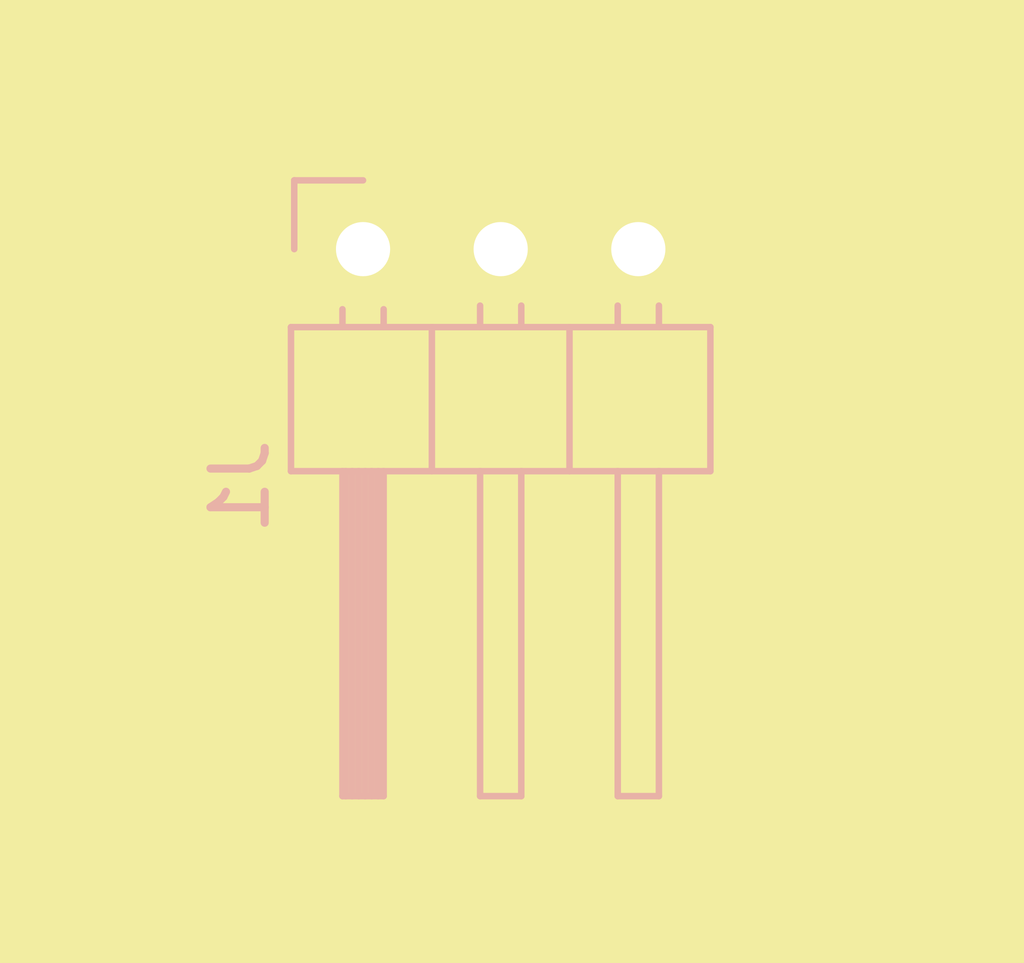
<source format=kicad_pcb>
(kicad_pcb (version 20171130) (host pcbnew 5.1.4-e60b266~84~ubuntu18.04.1)

  (general
    (thickness 1.6)
    (drawings 2)
    (tracks 28)
    (zones 0)
    (modules 6)
    (nets 8)
  )

  (page A4)
  (layers
    (0 F.Cu signal)
    (31 B.Cu signal)
    (32 B.Adhes user)
    (33 F.Adhes user)
    (34 B.Paste user)
    (35 F.Paste user)
    (36 B.SilkS user)
    (37 F.SilkS user hide)
    (38 B.Mask user)
    (39 F.Mask user)
    (40 Dwgs.User user)
    (41 Cmts.User user)
    (42 Eco1.User user)
    (43 Eco2.User user)
    (44 Edge.Cuts user)
    (45 Margin user)
    (46 B.CrtYd user)
    (47 F.CrtYd user)
    (48 B.Fab user)
    (49 F.Fab user hide)
  )

  (setup
    (last_trace_width 0.5)
    (user_trace_width 0.5)
    (user_trace_width 0.75)
    (user_trace_width 1)
    (trace_clearance 0.2)
    (zone_clearance 0.508)
    (zone_45_only no)
    (trace_min 0.2)
    (via_size 0.8)
    (via_drill 0.4)
    (via_min_size 0.4)
    (via_min_drill 0.3)
    (uvia_size 0.3)
    (uvia_drill 0.1)
    (uvias_allowed no)
    (uvia_min_size 0.2)
    (uvia_min_drill 0.1)
    (edge_width 0.05)
    (segment_width 0.2)
    (pcb_text_width 0.3)
    (pcb_text_size 1.5 1.5)
    (mod_edge_width 0.12)
    (mod_text_size 1 1)
    (mod_text_width 0.15)
    (pad_size 1.524 1.524)
    (pad_drill 0.762)
    (pad_to_mask_clearance 0.051)
    (solder_mask_min_width 0.25)
    (aux_axis_origin 0 0)
    (visible_elements FFFFFF7F)
    (pcbplotparams
      (layerselection 0x010fc_ffffffff)
      (usegerberextensions false)
      (usegerberattributes false)
      (usegerberadvancedattributes false)
      (creategerberjobfile false)
      (excludeedgelayer true)
      (linewidth 0.100000)
      (plotframeref false)
      (viasonmask false)
      (mode 1)
      (useauxorigin false)
      (hpglpennumber 1)
      (hpglpenspeed 20)
      (hpglpendiameter 15.000000)
      (psnegative false)
      (psa4output false)
      (plotreference true)
      (plotvalue true)
      (plotinvisibletext false)
      (padsonsilk false)
      (subtractmaskfromsilk false)
      (outputformat 1)
      (mirror false)
      (drillshape 1)
      (scaleselection 1)
      (outputdirectory ""))
  )

  (net 0 "")
  (net 1 GND)
  (net 2 "Net-(C1-Pad1)")
  (net 3 "Net-(J1-Pad2)")
  (net 4 +12V)
  (net 5 "Net-(U1-Pad7)")
  (net 6 "Net-(U1-Pad5)")
  (net 7 "Net-(D1-Pad1)")

  (net_class Default "This is the default net class."
    (clearance 0.2)
    (trace_width 0.25)
    (via_dia 0.8)
    (via_drill 0.4)
    (uvia_dia 0.3)
    (uvia_drill 0.1)
    (add_net +12V)
    (add_net GND)
    (add_net "Net-(C1-Pad1)")
    (add_net "Net-(D1-Pad1)")
    (add_net "Net-(J1-Pad2)")
    (add_net "Net-(U1-Pad5)")
    (add_net "Net-(U1-Pad7)")
  )

  (module Resistor_SMD:R_1206_3216Metric_Pad1.42x1.75mm_HandSolder (layer F.Cu) (tedit 5B301BBD) (tstamp 5DBB6B37)
    (at 123.5 84.4 270)
    (descr "Resistor SMD 1206 (3216 Metric), square (rectangular) end terminal, IPC_7351 nominal with elongated pad for handsoldering. (Body size source: http://www.tortai-tech.com/upload/download/2011102023233369053.pdf), generated with kicad-footprint-generator")
    (tags "resistor handsolder")
    (path /5DBE3A42)
    (attr smd)
    (fp_text reference R2 (at 0 -1.82 90) (layer F.SilkS)
      (effects (font (size 1 1) (thickness 0.15)))
    )
    (fp_text value 20K (at 0 1.82 90) (layer F.Fab)
      (effects (font (size 1 1) (thickness 0.15)))
    )
    (fp_text user %R (at 0 0 90) (layer F.Fab)
      (effects (font (size 0.8 0.8) (thickness 0.12)))
    )
    (fp_line (start 2.45 1.12) (end -2.45 1.12) (layer F.CrtYd) (width 0.05))
    (fp_line (start 2.45 -1.12) (end 2.45 1.12) (layer F.CrtYd) (width 0.05))
    (fp_line (start -2.45 -1.12) (end 2.45 -1.12) (layer F.CrtYd) (width 0.05))
    (fp_line (start -2.45 1.12) (end -2.45 -1.12) (layer F.CrtYd) (width 0.05))
    (fp_line (start -0.602064 0.91) (end 0.602064 0.91) (layer F.SilkS) (width 0.12))
    (fp_line (start -0.602064 -0.91) (end 0.602064 -0.91) (layer F.SilkS) (width 0.12))
    (fp_line (start 1.6 0.8) (end -1.6 0.8) (layer F.Fab) (width 0.1))
    (fp_line (start 1.6 -0.8) (end 1.6 0.8) (layer F.Fab) (width 0.1))
    (fp_line (start -1.6 -0.8) (end 1.6 -0.8) (layer F.Fab) (width 0.1))
    (fp_line (start -1.6 0.8) (end -1.6 -0.8) (layer F.Fab) (width 0.1))
    (pad 2 smd roundrect (at 1.4875 0 270) (size 1.425 1.75) (layers F.Cu F.Paste F.Mask) (roundrect_rratio 0.175439)
      (net 4 +12V))
    (pad 1 smd roundrect (at -1.4875 0 270) (size 1.425 1.75) (layers F.Cu F.Paste F.Mask) (roundrect_rratio 0.175439)
      (net 7 "Net-(D1-Pad1)"))
    (model ${KISYS3DMOD}/Resistor_SMD.3dshapes/R_1206_3216Metric.wrl
      (at (xyz 0 0 0))
      (scale (xyz 1 1 1))
      (rotate (xyz 0 0 0))
    )
  )

  (module Connector_PinHeader_2.54mm:PinHeader_1x03_P2.54mm_Horizontal (layer B.Cu) (tedit 59FED5CB) (tstamp 5DBAEDDC)
    (at 126.8 83.7 270)
    (descr "Through hole angled pin header, 1x03, 2.54mm pitch, 6mm pin length, single row")
    (tags "Through hole angled pin header THT 1x03 2.54mm single row")
    (path /5DBAD842)
    (fp_text reference J1 (at 4.385 2.27 270) (layer B.SilkS)
      (effects (font (size 1 1) (thickness 0.15)) (justify mirror))
    )
    (fp_text value Conn_01x03_Male (at 4.385 -7.35 270) (layer B.Fab)
      (effects (font (size 1 1) (thickness 0.15)) (justify mirror))
    )
    (fp_text user %R (at 2.77 -2.54) (layer B.Fab)
      (effects (font (size 1 1) (thickness 0.15)) (justify mirror))
    )
    (fp_line (start 10.55 1.8) (end -1.8 1.8) (layer B.CrtYd) (width 0.05))
    (fp_line (start 10.55 -6.85) (end 10.55 1.8) (layer B.CrtYd) (width 0.05))
    (fp_line (start -1.8 -6.85) (end 10.55 -6.85) (layer B.CrtYd) (width 0.05))
    (fp_line (start -1.8 1.8) (end -1.8 -6.85) (layer B.CrtYd) (width 0.05))
    (fp_line (start -1.27 1.27) (end 0 1.27) (layer B.SilkS) (width 0.12))
    (fp_line (start -1.27 0) (end -1.27 1.27) (layer B.SilkS) (width 0.12))
    (fp_line (start 1.042929 -5.46) (end 1.44 -5.46) (layer B.SilkS) (width 0.12))
    (fp_line (start 1.042929 -4.7) (end 1.44 -4.7) (layer B.SilkS) (width 0.12))
    (fp_line (start 10.1 -5.46) (end 4.1 -5.46) (layer B.SilkS) (width 0.12))
    (fp_line (start 10.1 -4.7) (end 10.1 -5.46) (layer B.SilkS) (width 0.12))
    (fp_line (start 4.1 -4.7) (end 10.1 -4.7) (layer B.SilkS) (width 0.12))
    (fp_line (start 1.44 -3.81) (end 4.1 -3.81) (layer B.SilkS) (width 0.12))
    (fp_line (start 1.042929 -2.92) (end 1.44 -2.92) (layer B.SilkS) (width 0.12))
    (fp_line (start 1.042929 -2.16) (end 1.44 -2.16) (layer B.SilkS) (width 0.12))
    (fp_line (start 10.1 -2.92) (end 4.1 -2.92) (layer B.SilkS) (width 0.12))
    (fp_line (start 10.1 -2.16) (end 10.1 -2.92) (layer B.SilkS) (width 0.12))
    (fp_line (start 4.1 -2.16) (end 10.1 -2.16) (layer B.SilkS) (width 0.12))
    (fp_line (start 1.44 -1.27) (end 4.1 -1.27) (layer B.SilkS) (width 0.12))
    (fp_line (start 1.11 -0.38) (end 1.44 -0.38) (layer B.SilkS) (width 0.12))
    (fp_line (start 1.11 0.38) (end 1.44 0.38) (layer B.SilkS) (width 0.12))
    (fp_line (start 4.1 -0.28) (end 10.1 -0.28) (layer B.SilkS) (width 0.12))
    (fp_line (start 4.1 -0.16) (end 10.1 -0.16) (layer B.SilkS) (width 0.12))
    (fp_line (start 4.1 -0.04) (end 10.1 -0.04) (layer B.SilkS) (width 0.12))
    (fp_line (start 4.1 0.08) (end 10.1 0.08) (layer B.SilkS) (width 0.12))
    (fp_line (start 4.1 0.2) (end 10.1 0.2) (layer B.SilkS) (width 0.12))
    (fp_line (start 4.1 0.32) (end 10.1 0.32) (layer B.SilkS) (width 0.12))
    (fp_line (start 10.1 -0.38) (end 4.1 -0.38) (layer B.SilkS) (width 0.12))
    (fp_line (start 10.1 0.38) (end 10.1 -0.38) (layer B.SilkS) (width 0.12))
    (fp_line (start 4.1 0.38) (end 10.1 0.38) (layer B.SilkS) (width 0.12))
    (fp_line (start 4.1 1.33) (end 1.44 1.33) (layer B.SilkS) (width 0.12))
    (fp_line (start 4.1 -6.41) (end 4.1 1.33) (layer B.SilkS) (width 0.12))
    (fp_line (start 1.44 -6.41) (end 4.1 -6.41) (layer B.SilkS) (width 0.12))
    (fp_line (start 1.44 1.33) (end 1.44 -6.41) (layer B.SilkS) (width 0.12))
    (fp_line (start 4.04 -5.4) (end 10.04 -5.4) (layer B.Fab) (width 0.1))
    (fp_line (start 10.04 -4.76) (end 10.04 -5.4) (layer B.Fab) (width 0.1))
    (fp_line (start 4.04 -4.76) (end 10.04 -4.76) (layer B.Fab) (width 0.1))
    (fp_line (start -0.32 -5.4) (end 1.5 -5.4) (layer B.Fab) (width 0.1))
    (fp_line (start -0.32 -4.76) (end -0.32 -5.4) (layer B.Fab) (width 0.1))
    (fp_line (start -0.32 -4.76) (end 1.5 -4.76) (layer B.Fab) (width 0.1))
    (fp_line (start 4.04 -2.86) (end 10.04 -2.86) (layer B.Fab) (width 0.1))
    (fp_line (start 10.04 -2.22) (end 10.04 -2.86) (layer B.Fab) (width 0.1))
    (fp_line (start 4.04 -2.22) (end 10.04 -2.22) (layer B.Fab) (width 0.1))
    (fp_line (start -0.32 -2.86) (end 1.5 -2.86) (layer B.Fab) (width 0.1))
    (fp_line (start -0.32 -2.22) (end -0.32 -2.86) (layer B.Fab) (width 0.1))
    (fp_line (start -0.32 -2.22) (end 1.5 -2.22) (layer B.Fab) (width 0.1))
    (fp_line (start 4.04 -0.32) (end 10.04 -0.32) (layer B.Fab) (width 0.1))
    (fp_line (start 10.04 0.32) (end 10.04 -0.32) (layer B.Fab) (width 0.1))
    (fp_line (start 4.04 0.32) (end 10.04 0.32) (layer B.Fab) (width 0.1))
    (fp_line (start -0.32 -0.32) (end 1.5 -0.32) (layer B.Fab) (width 0.1))
    (fp_line (start -0.32 0.32) (end -0.32 -0.32) (layer B.Fab) (width 0.1))
    (fp_line (start -0.32 0.32) (end 1.5 0.32) (layer B.Fab) (width 0.1))
    (fp_line (start 1.5 0.635) (end 2.135 1.27) (layer B.Fab) (width 0.1))
    (fp_line (start 1.5 -6.35) (end 1.5 0.635) (layer B.Fab) (width 0.1))
    (fp_line (start 4.04 -6.35) (end 1.5 -6.35) (layer B.Fab) (width 0.1))
    (fp_line (start 4.04 1.27) (end 4.04 -6.35) (layer B.Fab) (width 0.1))
    (fp_line (start 2.135 1.27) (end 4.04 1.27) (layer B.Fab) (width 0.1))
    (pad 3 thru_hole oval (at 0 -5.08 270) (size 1.7 1.7) (drill 1) (layers *.Cu *.Mask)
      (net 1 GND))
    (pad 2 thru_hole oval (at 0 -2.54 270) (size 1.7 1.7) (drill 1) (layers *.Cu *.Mask)
      (net 3 "Net-(J1-Pad2)"))
    (pad 1 thru_hole rect (at 0 0 270) (size 1.7 1.7) (drill 1) (layers *.Cu *.Mask)
      (net 4 +12V))
    (model ${KISYS3DMOD}/Connector_PinHeader_2.54mm.3dshapes/PinHeader_1x03_P2.54mm_Horizontal.wrl
      (at (xyz 0 0 0))
      (scale (xyz 1 1 1))
      (rotate (xyz 0 0 0))
    )
  )

  (module Diode_SMD:D_SOT-23_ANK (layer F.Cu) (tedit 587CCEF9) (tstamp 5DBAFBE1)
    (at 136.1 84.4 90)
    (descr "SOT-23, Single Diode")
    (tags SOT-23)
    (path /5DBE119D)
    (attr smd)
    (fp_text reference D1 (at 0 -2.5 90) (layer F.SilkS)
      (effects (font (size 1 1) (thickness 0.15)))
    )
    (fp_text value "BZX84Cxx 24V, 5mA, 250mW" (at 0 2.5 90) (layer F.Fab)
      (effects (font (size 1 1) (thickness 0.15)))
    )
    (fp_line (start 0.76 1.58) (end -0.7 1.58) (layer F.SilkS) (width 0.12))
    (fp_line (start -0.7 -1.52) (end -0.7 1.52) (layer F.Fab) (width 0.1))
    (fp_line (start -0.7 -1.52) (end 0.7 -1.52) (layer F.Fab) (width 0.1))
    (fp_line (start 0.76 -1.58) (end -1.4 -1.58) (layer F.SilkS) (width 0.12))
    (fp_line (start -1.7 1.75) (end -1.7 -1.75) (layer F.CrtYd) (width 0.05))
    (fp_line (start 1.7 1.75) (end -1.7 1.75) (layer F.CrtYd) (width 0.05))
    (fp_line (start 1.7 -1.75) (end 1.7 1.75) (layer F.CrtYd) (width 0.05))
    (fp_line (start -1.7 -1.75) (end 1.7 -1.75) (layer F.CrtYd) (width 0.05))
    (fp_line (start -0.7 1.52) (end 0.7 1.52) (layer F.Fab) (width 0.1))
    (fp_line (start 0.7 -1.52) (end 0.7 1.52) (layer F.Fab) (width 0.1))
    (fp_line (start 0.76 -1.58) (end 0.76 -0.65) (layer F.SilkS) (width 0.12))
    (fp_line (start 0.76 1.58) (end 0.76 0.65) (layer F.SilkS) (width 0.12))
    (fp_line (start 0.15 -0.65) (end 0.15 -0.25) (layer F.Fab) (width 0.1))
    (fp_line (start 0.15 -0.45) (end 0.4 -0.45) (layer F.Fab) (width 0.1))
    (fp_line (start 0.15 -0.45) (end -0.15 -0.65) (layer F.Fab) (width 0.1))
    (fp_line (start -0.15 -0.65) (end -0.15 -0.25) (layer F.Fab) (width 0.1))
    (fp_line (start -0.15 -0.25) (end 0.15 -0.45) (layer F.Fab) (width 0.1))
    (fp_line (start -0.15 -0.45) (end -0.4 -0.45) (layer F.Fab) (width 0.1))
    (fp_text user %R (at 0 -2.5 90) (layer F.Fab)
      (effects (font (size 1 1) (thickness 0.15)))
    )
    (pad 1 smd rect (at 1 0 90) (size 0.9 0.8) (layers F.Cu F.Paste F.Mask)
      (net 7 "Net-(D1-Pad1)"))
    (pad "" smd rect (at -1 0.95 90) (size 0.9 0.8) (layers F.Cu F.Paste F.Mask))
    (pad 2 smd rect (at -1 -0.95 90) (size 0.9 0.8) (layers F.Cu F.Paste F.Mask)
      (net 1 GND))
    (model ${KISYS3DMOD}/Diode_SMD.3dshapes/D_SOT-23.wrl
      (at (xyz 0 0 0))
      (scale (xyz 1 1 1))
      (rotate (xyz 0 0 0))
    )
  )

  (module Package_SO:SOIC-8_3.9x4.9mm_P1.27mm (layer F.Cu) (tedit 5C97300E) (tstamp 5DBAEE07)
    (at 128.8 90.7 270)
    (descr "SOIC, 8 Pin (JEDEC MS-012AA, https://www.analog.com/media/en/package-pcb-resources/package/pkg_pdf/soic_narrow-r/r_8.pdf), generated with kicad-footprint-generator ipc_gullwing_generator.py")
    (tags "SOIC SO")
    (path /5DBACBF0)
    (attr smd)
    (fp_text reference U1 (at 0 -3.4 90) (layer F.SilkS)
      (effects (font (size 1 1) (thickness 0.15)))
    )
    (fp_text value SA555 (at 0 3.4 90) (layer F.Fab)
      (effects (font (size 1 1) (thickness 0.15)))
    )
    (fp_text user %R (at 0 0 90) (layer F.Fab)
      (effects (font (size 0.98 0.98) (thickness 0.15)))
    )
    (fp_line (start 3.7 -2.7) (end -3.7 -2.7) (layer F.CrtYd) (width 0.05))
    (fp_line (start 3.7 2.7) (end 3.7 -2.7) (layer F.CrtYd) (width 0.05))
    (fp_line (start -3.7 2.7) (end 3.7 2.7) (layer F.CrtYd) (width 0.05))
    (fp_line (start -3.7 -2.7) (end -3.7 2.7) (layer F.CrtYd) (width 0.05))
    (fp_line (start -1.95 -1.475) (end -0.975 -2.45) (layer F.Fab) (width 0.1))
    (fp_line (start -1.95 2.45) (end -1.95 -1.475) (layer F.Fab) (width 0.1))
    (fp_line (start 1.95 2.45) (end -1.95 2.45) (layer F.Fab) (width 0.1))
    (fp_line (start 1.95 -2.45) (end 1.95 2.45) (layer F.Fab) (width 0.1))
    (fp_line (start -0.975 -2.45) (end 1.95 -2.45) (layer F.Fab) (width 0.1))
    (fp_line (start 0 -2.56) (end -3.45 -2.56) (layer F.SilkS) (width 0.12))
    (fp_line (start 0 -2.56) (end 1.95 -2.56) (layer F.SilkS) (width 0.12))
    (fp_line (start 0 2.56) (end -1.95 2.56) (layer F.SilkS) (width 0.12))
    (fp_line (start 0 2.56) (end 1.95 2.56) (layer F.SilkS) (width 0.12))
    (pad 8 smd roundrect (at 2.475 -1.905 270) (size 1.95 0.6) (layers F.Cu F.Paste F.Mask) (roundrect_rratio 0.25)
      (net 4 +12V))
    (pad 7 smd roundrect (at 2.475 -0.635 270) (size 1.95 0.6) (layers F.Cu F.Paste F.Mask) (roundrect_rratio 0.25)
      (net 5 "Net-(U1-Pad7)"))
    (pad 6 smd roundrect (at 2.475 0.635 270) (size 1.95 0.6) (layers F.Cu F.Paste F.Mask) (roundrect_rratio 0.25)
      (net 2 "Net-(C1-Pad1)"))
    (pad 5 smd roundrect (at 2.475 1.905 270) (size 1.95 0.6) (layers F.Cu F.Paste F.Mask) (roundrect_rratio 0.25)
      (net 6 "Net-(U1-Pad5)"))
    (pad 4 smd roundrect (at -2.475 1.905 270) (size 1.95 0.6) (layers F.Cu F.Paste F.Mask) (roundrect_rratio 0.25)
      (net 4 +12V))
    (pad 3 smd roundrect (at -2.475 0.635 270) (size 1.95 0.6) (layers F.Cu F.Paste F.Mask) (roundrect_rratio 0.25)
      (net 3 "Net-(J1-Pad2)"))
    (pad 2 smd roundrect (at -2.475 -0.635 270) (size 1.95 0.6) (layers F.Cu F.Paste F.Mask) (roundrect_rratio 0.25)
      (net 2 "Net-(C1-Pad1)"))
    (pad 1 smd roundrect (at -2.475 -1.905 270) (size 1.95 0.6) (layers F.Cu F.Paste F.Mask) (roundrect_rratio 0.25)
      (net 1 GND))
    (model ${KISYS3DMOD}/Package_SO.3dshapes/SOIC-8_3.9x4.9mm_P1.27mm.wrl
      (at (xyz 0 0 0))
      (scale (xyz 1 1 1))
      (rotate (xyz 0 0 0))
    )
  )

  (module Resistor_SMD:R_1206_3216Metric_Pad1.42x1.75mm_HandSolder (layer F.Cu) (tedit 5B301BBD) (tstamp 5DBAEDED)
    (at 124.5 90.5 90)
    (descr "Resistor SMD 1206 (3216 Metric), square (rectangular) end terminal, IPC_7351 nominal with elongated pad for handsoldering. (Body size source: http://www.tortai-tech.com/upload/download/2011102023233369053.pdf), generated with kicad-footprint-generator")
    (tags "resistor handsolder")
    (path /5DBB3C09)
    (attr smd)
    (fp_text reference R1 (at 0 -1.82 90) (layer F.SilkS)
      (effects (font (size 1 1) (thickness 0.15)))
    )
    (fp_text value R_Small (at 0 1.82 90) (layer F.Fab)
      (effects (font (size 1 1) (thickness 0.15)))
    )
    (fp_text user %R (at 0 0 90) (layer F.Fab)
      (effects (font (size 0.8 0.8) (thickness 0.12)))
    )
    (fp_line (start 2.45 1.12) (end -2.45 1.12) (layer F.CrtYd) (width 0.05))
    (fp_line (start 2.45 -1.12) (end 2.45 1.12) (layer F.CrtYd) (width 0.05))
    (fp_line (start -2.45 -1.12) (end 2.45 -1.12) (layer F.CrtYd) (width 0.05))
    (fp_line (start -2.45 1.12) (end -2.45 -1.12) (layer F.CrtYd) (width 0.05))
    (fp_line (start -0.602064 0.91) (end 0.602064 0.91) (layer F.SilkS) (width 0.12))
    (fp_line (start -0.602064 -0.91) (end 0.602064 -0.91) (layer F.SilkS) (width 0.12))
    (fp_line (start 1.6 0.8) (end -1.6 0.8) (layer F.Fab) (width 0.1))
    (fp_line (start 1.6 -0.8) (end 1.6 0.8) (layer F.Fab) (width 0.1))
    (fp_line (start -1.6 -0.8) (end 1.6 -0.8) (layer F.Fab) (width 0.1))
    (fp_line (start -1.6 0.8) (end -1.6 -0.8) (layer F.Fab) (width 0.1))
    (pad 2 smd roundrect (at 1.4875 0 90) (size 1.425 1.75) (layers F.Cu F.Paste F.Mask) (roundrect_rratio 0.175439)
      (net 4 +12V))
    (pad 1 smd roundrect (at -1.4875 0 90) (size 1.425 1.75) (layers F.Cu F.Paste F.Mask) (roundrect_rratio 0.175439)
      (net 2 "Net-(C1-Pad1)"))
    (model ${KISYS3DMOD}/Resistor_SMD.3dshapes/R_1206_3216Metric.wrl
      (at (xyz 0 0 0))
      (scale (xyz 1 1 1))
      (rotate (xyz 0 0 0))
    )
  )

  (module Capacitor_Tantalum_SMD:CP_EIA-7343-31_Kemet-D (layer F.Cu) (tedit 5B301BBE) (tstamp 5DBAEDAD)
    (at 134.6 91.2 90)
    (descr "Tantalum Capacitor SMD Kemet-D (7343-31 Metric), IPC_7351 nominal, (Body size from: http://www.kemet.com/Lists/ProductCatalog/Attachments/253/KEM_TC101_STD.pdf), generated with kicad-footprint-generator")
    (tags "capacitor tantalum")
    (path /5DBB3625)
    (attr smd)
    (fp_text reference C1 (at 0 -3.1 90) (layer F.SilkS)
      (effects (font (size 1 1) (thickness 0.15)))
    )
    (fp_text value CP_Small (at 0 3.1 90) (layer F.Fab)
      (effects (font (size 1 1) (thickness 0.15)))
    )
    (fp_text user %R (at 0 0 90) (layer F.Fab)
      (effects (font (size 1 1) (thickness 0.15)))
    )
    (fp_line (start 4.4 2.4) (end -4.4 2.4) (layer F.CrtYd) (width 0.05))
    (fp_line (start 4.4 -2.4) (end 4.4 2.4) (layer F.CrtYd) (width 0.05))
    (fp_line (start -4.4 -2.4) (end 4.4 -2.4) (layer F.CrtYd) (width 0.05))
    (fp_line (start -4.4 2.4) (end -4.4 -2.4) (layer F.CrtYd) (width 0.05))
    (fp_line (start -4.41 2.26) (end 3.65 2.26) (layer F.SilkS) (width 0.12))
    (fp_line (start -4.41 -2.26) (end -4.41 2.26) (layer F.SilkS) (width 0.12))
    (fp_line (start 3.65 -2.26) (end -4.41 -2.26) (layer F.SilkS) (width 0.12))
    (fp_line (start 3.65 2.15) (end 3.65 -2.15) (layer F.Fab) (width 0.1))
    (fp_line (start -3.65 2.15) (end 3.65 2.15) (layer F.Fab) (width 0.1))
    (fp_line (start -3.65 -1.15) (end -3.65 2.15) (layer F.Fab) (width 0.1))
    (fp_line (start -2.65 -2.15) (end -3.65 -1.15) (layer F.Fab) (width 0.1))
    (fp_line (start 3.65 -2.15) (end -2.65 -2.15) (layer F.Fab) (width 0.1))
    (pad 2 smd roundrect (at 3.1125 0 90) (size 2.075 2.55) (layers F.Cu F.Paste F.Mask) (roundrect_rratio 0.120482)
      (net 1 GND))
    (pad 1 smd roundrect (at -3.1125 0 90) (size 2.075 2.55) (layers F.Cu F.Paste F.Mask) (roundrect_rratio 0.120482)
      (net 2 "Net-(C1-Pad1)"))
    (model ${KISYS3DMOD}/Capacitor_Tantalum_SMD.3dshapes/CP_EIA-7343-31_Kemet-D.wrl
      (at (xyz 0 0 0))
      (scale (xyz 1 1 1))
      (rotate (xyz 0 0 0))
    )
  )

  (gr_poly (pts (xy 139.9 75.7) (xy 139.9 97.3) (xy 120.1 97.3) (xy 120.1 75.7)) (layer F.SilkS) (width 0.1))
  (gr_poly (pts (xy 140.3 98) (xy 119.5 98) (xy 119.5 75.8) (xy 140.3 75.8)) (layer F.SilkS) (width 0.1))

  (segment (start 131.803653 91.216153) (end 134.7 94.1125) (width 0.5) (layer F.Cu) (net 2))
  (segment (start 124.5 91.9875) (end 125.271347 91.216153) (width 0.5) (layer F.Cu) (net 2))
  (segment (start 125.271347 91.216153) (end 128.483847 91.216153) (width 0.5) (layer F.Cu) (net 2))
  (segment (start 128.483847 91.216153) (end 129.816153 91.216153) (width 0.5) (layer F.Cu) (net 2))
  (segment (start 129.5 88.5) (end 129.5 91.072306) (width 0.5) (layer F.Cu) (net 2))
  (segment (start 128.2 91.297306) (end 128.2 93.575) (width 0.5) (layer F.Cu) (net 2))
  (segment (start 129.835 91.197306) (end 129.816153 91.216153) (width 0.5) (layer F.Cu) (net 2))
  (segment (start 129.816153 91.216153) (end 131.803653 91.216153) (width 0.5) (layer F.Cu) (net 2))
  (segment (start 128.165 88.225) (end 128.165 86.635) (width 0.5) (layer F.Cu) (net 3))
  (segment (start 129.34 85.46) (end 129.34 83.7) (width 0.5) (layer F.Cu) (net 3))
  (segment (start 128.165 86.635) (end 129.34 85.46) (width 0.5) (layer F.Cu) (net 3))
  (segment (start 122.3 93.8) (end 123.9 95.4) (width 0.5) (layer F.Cu) (net 4))
  (segment (start 123.525 89.0125) (end 122.3 90.2375) (width 0.5) (layer F.Cu) (net 4))
  (segment (start 122.3 90.2375) (end 122.3 93.8) (width 0.5) (layer F.Cu) (net 4))
  (segment (start 124.5 89.0125) (end 123.525 89.0125) (width 0.5) (layer F.Cu) (net 4))
  (segment (start 123.9 95.4) (end 130.055 95.4) (width 0.5) (layer F.Cu) (net 4))
  (segment (start 124.4925 88.8) (end 126.9 88.8) (width 0.5) (layer F.Cu) (net 4))
  (segment (start 130.705 93.175) (end 130.705 94.75) (width 0.5) (layer F.Cu) (net 4))
  (segment (start 130.705 94.75) (end 130.055 95.4) (width 0.5) (layer F.Cu) (net 4))
  (segment (start 126.8 88.13) (end 126.895 88.225) (width 0.5) (layer F.Cu) (net 4))
  (segment (start 126.7875 85.8875) (end 126.8 85.9) (width 0.5) (layer F.Cu) (net 4))
  (segment (start 123.5 85.8875) (end 126.7875 85.8875) (width 0.5) (layer F.Cu) (net 4))
  (segment (start 126.8 83.7) (end 126.8 85.9) (width 0.5) (layer F.Cu) (net 4))
  (segment (start 126.8 85.9) (end 126.8 88.13) (width 0.5) (layer F.Cu) (net 4))
  (segment (start 135.2 83.4) (end 136.1 83.4) (width 0.5) (layer F.Cu) (net 7))
  (segment (start 132.2 80.4) (end 135.2 83.4) (width 0.5) (layer F.Cu) (net 7))
  (segment (start 126.0125 80.4) (end 132.2 80.4) (width 0.5) (layer F.Cu) (net 7))
  (segment (start 123.5 82.9125) (end 126.0125 80.4) (width 0.5) (layer F.Cu) (net 7))

  (zone (net 1) (net_name GND) (layer F.Cu) (tstamp 0) (hatch edge 0.508)
    (connect_pads (clearance 0.508))
    (min_thickness 0.254)
    (fill yes (arc_segments 32) (thermal_gap 0.508) (thermal_bridge_width 0.508))
    (polygon
      (pts
        (xy 120.1 79.1) (xy 139 79.1) (xy 139 96.9) (xy 120.1 96.9)
      )
    )
    (filled_polygon
      (pts
        (xy 138.873 96.773) (xy 120.227 96.773) (xy 120.227 90.2375) (xy 121.410719 90.2375) (xy 121.415 90.280969)
        (xy 121.415001 93.756521) (xy 121.410719 93.8) (xy 121.427805 93.97349) (xy 121.478412 94.140313) (xy 121.56059 94.294059)
        (xy 121.643468 94.395046) (xy 121.643471 94.395049) (xy 121.671184 94.428817) (xy 121.704951 94.456529) (xy 123.24347 95.995049)
        (xy 123.271183 96.028817) (xy 123.304951 96.05653) (xy 123.304953 96.056532) (xy 123.40594 96.13941) (xy 123.405941 96.139411)
        (xy 123.559687 96.221589) (xy 123.72651 96.272195) (xy 123.856523 96.285) (xy 123.856531 96.285) (xy 123.9 96.289281)
        (xy 123.943469 96.285) (xy 130.011531 96.285) (xy 130.055 96.289281) (xy 130.098469 96.285) (xy 130.098477 96.285)
        (xy 130.22849 96.272195) (xy 130.395313 96.221589) (xy 130.549059 96.139411) (xy 130.683817 96.028817) (xy 130.711534 95.995044)
        (xy 131.300049 95.40653) (xy 131.333817 95.378817) (xy 131.444411 95.244059) (xy 131.526589 95.090313) (xy 131.577195 94.92349)
        (xy 131.59 94.793477) (xy 131.59 94.793469) (xy 131.594281 94.75) (xy 131.59 94.706531) (xy 131.59 94.278783)
        (xy 131.627929 94.153745) (xy 131.643072 94) (xy 131.643072 92.35) (xy 131.63839 92.302469) (xy 132.702528 93.366607)
        (xy 132.686928 93.525) (xy 132.686928 95.1) (xy 132.703992 95.273254) (xy 132.754528 95.43985) (xy 132.836595 95.593386)
        (xy 132.947038 95.727962) (xy 133.081614 95.838405) (xy 133.23515 95.920472) (xy 133.401746 95.971008) (xy 133.575 95.988072)
        (xy 135.625 95.988072) (xy 135.798254 95.971008) (xy 135.96485 95.920472) (xy 136.118386 95.838405) (xy 136.252962 95.727962)
        (xy 136.363405 95.593386) (xy 136.445472 95.43985) (xy 136.496008 95.273254) (xy 136.513072 95.1) (xy 136.513072 93.525)
        (xy 136.496008 93.351746) (xy 136.445472 93.18515) (xy 136.363405 93.031614) (xy 136.252962 92.897038) (xy 136.118386 92.786595)
        (xy 135.96485 92.704528) (xy 135.798254 92.653992) (xy 135.625 92.636928) (xy 134.476007 92.636928) (xy 132.460185 90.621107)
        (xy 132.43247 90.587336) (xy 132.297712 90.476742) (xy 132.143966 90.394564) (xy 131.977143 90.343958) (xy 131.84713 90.331153)
        (xy 131.847122 90.331153) (xy 131.803653 90.326872) (xy 131.760184 90.331153) (xy 130.385 90.331153) (xy 130.385 89.836102)
        (xy 130.405 89.838072) (xy 130.41925 89.835) (xy 130.578 89.67625) (xy 130.578 88.352) (xy 130.832 88.352)
        (xy 130.832 89.67625) (xy 130.99075 89.835) (xy 131.005 89.838072) (xy 131.129482 89.825812) (xy 131.24918 89.789502)
        (xy 131.359494 89.730537) (xy 131.456185 89.651185) (xy 131.535537 89.554494) (xy 131.594502 89.44418) (xy 131.630812 89.324482)
        (xy 131.643072 89.2) (xy 131.642738 89.125) (xy 132.686928 89.125) (xy 132.699188 89.249482) (xy 132.735498 89.36918)
        (xy 132.794463 89.479494) (xy 132.873815 89.576185) (xy 132.970506 89.655537) (xy 133.08082 89.714502) (xy 133.200518 89.750812)
        (xy 133.325 89.763072) (xy 134.31425 89.76) (xy 134.473 89.60125) (xy 134.473 88.2145) (xy 134.727 88.2145)
        (xy 134.727 89.60125) (xy 134.88575 89.76) (xy 135.875 89.763072) (xy 135.999482 89.750812) (xy 136.11918 89.714502)
        (xy 136.229494 89.655537) (xy 136.326185 89.576185) (xy 136.405537 89.479494) (xy 136.464502 89.36918) (xy 136.500812 89.249482)
        (xy 136.513072 89.125) (xy 136.51 88.37325) (xy 136.35125 88.2145) (xy 134.727 88.2145) (xy 134.473 88.2145)
        (xy 132.84875 88.2145) (xy 132.69 88.37325) (xy 132.686928 89.125) (xy 131.642738 89.125) (xy 131.64 88.51075)
        (xy 131.48125 88.352) (xy 130.832 88.352) (xy 130.578 88.352) (xy 130.558 88.352) (xy 130.558 88.098)
        (xy 130.578 88.098) (xy 130.578 86.77375) (xy 130.832 86.77375) (xy 130.832 88.098) (xy 131.48125 88.098)
        (xy 131.64 87.93925) (xy 131.643072 87.25) (xy 131.630812 87.125518) (xy 131.594502 87.00582) (xy 131.535537 86.895506)
        (xy 131.456185 86.798815) (xy 131.359494 86.719463) (xy 131.24918 86.660498) (xy 131.129482 86.624188) (xy 131.005 86.611928)
        (xy 130.99075 86.615) (xy 130.832 86.77375) (xy 130.578 86.77375) (xy 130.41925 86.615) (xy 130.405 86.611928)
        (xy 130.280518 86.624188) (xy 130.16082 86.660498) (xy 130.050506 86.719463) (xy 130.020936 86.74373) (xy 129.886582 86.671916)
        (xy 129.738745 86.627071) (xy 129.585 86.611928) (xy 129.439651 86.611928) (xy 129.93505 86.116529) (xy 129.968817 86.088817)
        (xy 130.079411 85.954059) (xy 130.161589 85.800313) (xy 130.212195 85.63349) (xy 130.225 85.503477) (xy 130.225 85.503469)
        (xy 130.229281 85.46) (xy 130.225 85.416531) (xy 130.225 84.894759) (xy 130.395134 84.755134) (xy 130.580706 84.529014)
        (xy 130.615201 84.464477) (xy 130.684822 84.581355) (xy 130.879731 84.797588) (xy 131.11308 84.971641) (xy 131.375901 85.096825)
        (xy 131.52311 85.141476) (xy 131.753 85.020155) (xy 131.753 83.827) (xy 132.007 83.827) (xy 132.007 85.020155)
        (xy 132.23689 85.141476) (xy 132.384099 85.096825) (xy 132.64692 84.971641) (xy 132.675933 84.95) (xy 134.111928 84.95)
        (xy 134.115 85.11425) (xy 134.27375 85.273) (xy 135.023 85.273) (xy 135.023 84.47375) (xy 134.86425 84.315)
        (xy 134.75 84.311928) (xy 134.625518 84.324188) (xy 134.50582 84.360498) (xy 134.395506 84.419463) (xy 134.298815 84.498815)
        (xy 134.219463 84.595506) (xy 134.160498 84.70582) (xy 134.124188 84.825518) (xy 134.111928 84.95) (xy 132.675933 84.95)
        (xy 132.880269 84.797588) (xy 133.075178 84.581355) (xy 133.224157 84.331252) (xy 133.321481 84.056891) (xy 133.200814 83.827)
        (xy 132.007 83.827) (xy 131.753 83.827) (xy 131.733 83.827) (xy 131.733 83.573) (xy 131.753 83.573)
        (xy 131.753 82.379845) (xy 132.007 82.379845) (xy 132.007 83.573) (xy 133.200814 83.573) (xy 133.321481 83.343109)
        (xy 133.224157 83.068748) (xy 133.075178 82.818645) (xy 132.880269 82.602412) (xy 132.64692 82.428359) (xy 132.384099 82.303175)
        (xy 132.23689 82.258524) (xy 132.007 82.379845) (xy 131.753 82.379845) (xy 131.52311 82.258524) (xy 131.375901 82.303175)
        (xy 131.11308 82.428359) (xy 130.879731 82.602412) (xy 130.684822 82.818645) (xy 130.615201 82.935523) (xy 130.580706 82.870986)
        (xy 130.395134 82.644866) (xy 130.169014 82.459294) (xy 129.911034 82.321401) (xy 129.631111 82.236487) (xy 129.41295 82.215)
        (xy 129.26705 82.215) (xy 129.048889 82.236487) (xy 128.768966 82.321401) (xy 128.510986 82.459294) (xy 128.284866 82.644866)
        (xy 128.260393 82.674687) (xy 128.239502 82.60582) (xy 128.180537 82.495506) (xy 128.101185 82.398815) (xy 128.004494 82.319463)
        (xy 127.89418 82.260498) (xy 127.774482 82.224188) (xy 127.65 82.211928) (xy 125.95 82.211928) (xy 125.825518 82.224188)
        (xy 125.70582 82.260498) (xy 125.595506 82.319463) (xy 125.498815 82.398815) (xy 125.419463 82.495506) (xy 125.360498 82.60582)
        (xy 125.324188 82.725518) (xy 125.311928 82.85) (xy 125.311928 84.55) (xy 125.324188 84.674482) (xy 125.360498 84.79418)
        (xy 125.419463 84.904494) (xy 125.498815 85.001185) (xy 125.500417 85.0025) (xy 124.901294 85.0025) (xy 124.863405 84.931614)
        (xy 124.752962 84.797038) (xy 124.618386 84.686595) (xy 124.46485 84.604528) (xy 124.298254 84.553992) (xy 124.125 84.536928)
        (xy 122.875 84.536928) (xy 122.701746 84.553992) (xy 122.53515 84.604528) (xy 122.381614 84.686595) (xy 122.247038 84.797038)
        (xy 122.136595 84.931614) (xy 122.054528 85.08515) (xy 122.003992 85.251746) (xy 121.986928 85.425) (xy 121.986928 86.35)
        (xy 122.003992 86.523254) (xy 122.054528 86.68985) (xy 122.136595 86.843386) (xy 122.247038 86.977962) (xy 122.381614 87.088405)
        (xy 122.53515 87.170472) (xy 122.701746 87.221008) (xy 122.875 87.238072) (xy 124.125 87.238072) (xy 124.298254 87.221008)
        (xy 124.46485 87.170472) (xy 124.618386 87.088405) (xy 124.752962 86.977962) (xy 124.863405 86.843386) (xy 124.901294 86.7725)
        (xy 125.915 86.7725) (xy 125.915001 87.915) (xy 125.744386 87.915) (xy 125.618386 87.811595) (xy 125.46485 87.729528)
        (xy 125.298254 87.678992) (xy 125.125 87.661928) (xy 123.875 87.661928) (xy 123.701746 87.678992) (xy 123.53515 87.729528)
        (xy 123.381614 87.811595) (xy 123.247038 87.922038) (xy 123.136595 88.056614) (xy 123.054528 88.21015) (xy 123.036306 88.270222)
        (xy 123.030941 88.273089) (xy 122.929953 88.355968) (xy 122.929951 88.35597) (xy 122.896183 88.383683) (xy 122.86847 88.417451)
        (xy 121.704956 89.580966) (xy 121.671183 89.608683) (xy 121.560589 89.743442) (xy 121.478411 89.897188) (xy 121.427805 90.064011)
        (xy 121.415 90.194024) (xy 121.415 90.194031) (xy 121.410719 90.2375) (xy 120.227 90.2375) (xy 120.227 82.45)
        (xy 121.986928 82.45) (xy 121.986928 83.375) (xy 122.003992 83.548254) (xy 122.054528 83.71485) (xy 122.136595 83.868386)
        (xy 122.247038 84.002962) (xy 122.381614 84.113405) (xy 122.53515 84.195472) (xy 122.701746 84.246008) (xy 122.875 84.263072)
        (xy 124.125 84.263072) (xy 124.298254 84.246008) (xy 124.46485 84.195472) (xy 124.618386 84.113405) (xy 124.752962 84.002962)
        (xy 124.863405 83.868386) (xy 124.945472 83.71485) (xy 124.996008 83.548254) (xy 125.013072 83.375) (xy 125.013072 82.651006)
        (xy 126.379079 81.285) (xy 131.833422 81.285) (xy 134.54347 83.995049) (xy 134.571183 84.028817) (xy 134.604951 84.05653)
        (xy 134.604953 84.056532) (xy 134.705941 84.139411) (xy 134.859686 84.221589) (xy 134.940184 84.246008) (xy 135.02651 84.272195)
        (xy 135.156523 84.285) (xy 135.156531 84.285) (xy 135.2 84.289281) (xy 135.236126 84.285723) (xy 135.248815 84.301185)
        (xy 135.345506 84.380537) (xy 135.361607 84.389143) (xy 135.277 84.47375) (xy 135.277 85.273) (xy 135.297 85.273)
        (xy 135.297 85.527) (xy 135.277 85.527) (xy 135.277 85.547) (xy 135.023 85.547) (xy 135.023 85.527)
        (xy 134.27375 85.527) (xy 134.115 85.68575) (xy 134.111928 85.85) (xy 134.124188 85.974482) (xy 134.160498 86.09418)
        (xy 134.219463 86.204494) (xy 134.298815 86.301185) (xy 134.395506 86.380537) (xy 134.472998 86.421958) (xy 134.472998 86.573748)
        (xy 134.31425 86.415) (xy 133.325 86.411928) (xy 133.200518 86.424188) (xy 133.08082 86.460498) (xy 132.970506 86.519463)
        (xy 132.873815 86.598815) (xy 132.794463 86.695506) (xy 132.735498 86.80582) (xy 132.699188 86.925518) (xy 132.686928 87.05)
        (xy 132.69 87.80175) (xy 132.84875 87.9605) (xy 134.473 87.9605) (xy 134.473 87.9405) (xy 134.727 87.9405)
        (xy 134.727 87.9605) (xy 136.35125 87.9605) (xy 136.51 87.80175) (xy 136.513072 87.05) (xy 136.500812 86.925518)
        (xy 136.464502 86.80582) (xy 136.405537 86.695506) (xy 136.326185 86.598815) (xy 136.229494 86.519463) (xy 136.11918 86.460498)
        (xy 135.999482 86.424188) (xy 135.875 86.411928) (xy 135.845596 86.412019) (xy 135.904494 86.380537) (xy 136.001185 86.301185)
        (xy 136.080537 86.204494) (xy 136.1 86.168082) (xy 136.119463 86.204494) (xy 136.198815 86.301185) (xy 136.295506 86.380537)
        (xy 136.40582 86.439502) (xy 136.525518 86.475812) (xy 136.65 86.488072) (xy 137.45 86.488072) (xy 137.574482 86.475812)
        (xy 137.69418 86.439502) (xy 137.804494 86.380537) (xy 137.901185 86.301185) (xy 137.980537 86.204494) (xy 138.039502 86.09418)
        (xy 138.075812 85.974482) (xy 138.088072 85.85) (xy 138.088072 84.95) (xy 138.075812 84.825518) (xy 138.039502 84.70582)
        (xy 137.980537 84.595506) (xy 137.901185 84.498815) (xy 137.804494 84.419463) (xy 137.69418 84.360498) (xy 137.574482 84.324188)
        (xy 137.45 84.311928) (xy 136.938095 84.311928) (xy 136.951185 84.301185) (xy 137.030537 84.204494) (xy 137.089502 84.09418)
        (xy 137.125812 83.974482) (xy 137.138072 83.85) (xy 137.138072 82.95) (xy 137.125812 82.825518) (xy 137.089502 82.70582)
        (xy 137.030537 82.595506) (xy 136.951185 82.498815) (xy 136.854494 82.419463) (xy 136.74418 82.360498) (xy 136.624482 82.324188)
        (xy 136.5 82.311928) (xy 135.7 82.311928) (xy 135.575518 82.324188) (xy 135.45582 82.360498) (xy 135.427314 82.375735)
        (xy 132.856534 79.804956) (xy 132.828817 79.771183) (xy 132.694059 79.660589) (xy 132.540313 79.578411) (xy 132.37349 79.527805)
        (xy 132.243477 79.515) (xy 132.243469 79.515) (xy 132.2 79.510719) (xy 132.156531 79.515) (xy 126.055969 79.515)
        (xy 126.0125 79.510719) (xy 125.969031 79.515) (xy 125.969023 79.515) (xy 125.83901 79.527805) (xy 125.672186 79.578411)
        (xy 125.518441 79.660589) (xy 125.417453 79.743468) (xy 125.417451 79.74347) (xy 125.383683 79.771183) (xy 125.35597 79.804951)
        (xy 123.598994 81.561928) (xy 122.875 81.561928) (xy 122.701746 81.578992) (xy 122.53515 81.629528) (xy 122.381614 81.711595)
        (xy 122.247038 81.822038) (xy 122.136595 81.956614) (xy 122.054528 82.11015) (xy 122.003992 82.276746) (xy 121.986928 82.45)
        (xy 120.227 82.45) (xy 120.227 79.227) (xy 138.873 79.227)
      )
    )
  )
)

</source>
